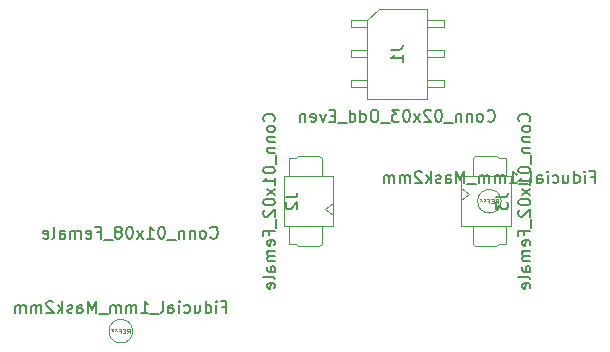
<source format=gbr>
%TF.GenerationSoftware,KiCad,Pcbnew,(5.1.5)-3*%
%TF.CreationDate,2020-06-01T09:44:55+02:00*%
%TF.ProjectId,speaker_grill,73706561-6b65-4725-9f67-72696c6c2e6b,rev?*%
%TF.SameCoordinates,PXbebc200PY5f5e100*%
%TF.FileFunction,Other,Fab,Bot*%
%FSLAX46Y46*%
G04 Gerber Fmt 4.6, Leading zero omitted, Abs format (unit mm)*
G04 Created by KiCad (PCBNEW (5.1.5)-3) date 2020-06-01 09:44:55*
%MOMM*%
%LPD*%
G04 APERTURE LIST*
%ADD10C,0.100000*%
%ADD11C,0.150000*%
%ADD12C,0.060000*%
G04 APERTURE END LIST*
D10*
%TO.C,REF\002A\002A*%
X-41200000Y21000000D02*
G75*
G03X-41200000Y21000000I-1000000J0D01*
G01*
X-72400000Y10000000D02*
G75*
G03X-72400000Y10000000I-1000000J0D01*
G01*
%TO.C,J3*%
X-43892893Y21625000D02*
X-44600000Y21125000D01*
X-44600000Y22125000D02*
X-43892893Y21625000D01*
X-40800000Y17375000D02*
X-40800000Y18875000D01*
X-41400000Y17375000D02*
X-40800000Y17375000D01*
X-41600000Y17175000D02*
X-41400000Y17375000D01*
X-43400000Y17175000D02*
X-41600000Y17175000D01*
X-43600000Y17375000D02*
X-43400000Y17175000D01*
X-43600000Y18875000D02*
X-43600000Y17375000D01*
X-40800000Y24625000D02*
X-40800000Y23125000D01*
X-41400000Y24625000D02*
X-40800000Y24625000D01*
X-41600000Y24825000D02*
X-41400000Y24625000D01*
X-43400000Y24825000D02*
X-41600000Y24825000D01*
X-43600000Y24625000D02*
X-43400000Y24825000D01*
X-43600000Y23125000D02*
X-43600000Y24625000D01*
X-44600000Y18875000D02*
X-40400000Y18875000D01*
X-44600000Y23125000D02*
X-40400000Y23125000D01*
X-40400000Y23125000D02*
X-40400000Y18875000D01*
X-44600000Y23125000D02*
X-44600000Y18875000D01*
%TO.C,J2*%
X-56107107Y20375000D02*
X-55400000Y20875000D01*
X-55400000Y19875000D02*
X-56107107Y20375000D01*
X-59200000Y24625000D02*
X-59200000Y23125000D01*
X-58600000Y24625000D02*
X-59200000Y24625000D01*
X-58400000Y24825000D02*
X-58600000Y24625000D01*
X-56600000Y24825000D02*
X-58400000Y24825000D01*
X-56400000Y24625000D02*
X-56600000Y24825000D01*
X-56400000Y23125000D02*
X-56400000Y24625000D01*
X-59200000Y17375000D02*
X-59200000Y18875000D01*
X-58600000Y17375000D02*
X-59200000Y17375000D01*
X-58400000Y17175000D02*
X-58600000Y17375000D01*
X-56600000Y17175000D02*
X-58400000Y17175000D01*
X-56400000Y17375000D02*
X-56600000Y17175000D01*
X-56400000Y18875000D02*
X-56400000Y17375000D01*
X-55400000Y23125000D02*
X-59600000Y23125000D01*
X-55400000Y18875000D02*
X-59600000Y18875000D01*
X-59600000Y18875000D02*
X-59600000Y23125000D01*
X-55400000Y18875000D02*
X-55400000Y23125000D01*
%TO.C,J1*%
X-53920000Y30640000D02*
X-52540000Y30640000D01*
X-53920000Y31280000D02*
X-53920000Y30640000D01*
X-52540000Y31280000D02*
X-53920000Y31280000D01*
X-46080000Y30640000D02*
X-46080000Y31280000D01*
X-47460000Y30640000D02*
X-46080000Y30640000D01*
X-46080000Y31280000D02*
X-47460000Y31280000D01*
X-53920000Y33180000D02*
X-52540000Y33180000D01*
X-53920000Y33820000D02*
X-53920000Y33180000D01*
X-52540000Y33820000D02*
X-53920000Y33820000D01*
X-46080000Y33180000D02*
X-46080000Y33820000D01*
X-47460000Y33180000D02*
X-46080000Y33180000D01*
X-46080000Y33820000D02*
X-47460000Y33820000D01*
X-53920000Y35720000D02*
X-52540000Y35720000D01*
X-53920000Y36360000D02*
X-53920000Y35720000D01*
X-52540000Y36360000D02*
X-53920000Y36360000D01*
X-46080000Y35720000D02*
X-46080000Y36360000D01*
X-47460000Y35720000D02*
X-46080000Y35720000D01*
X-46080000Y36360000D02*
X-47460000Y36360000D01*
X-47460000Y29690000D02*
X-47460000Y37310000D01*
X-52540000Y29690000D02*
X-47460000Y29690000D01*
X-52540000Y36310000D02*
X-52540000Y29690000D01*
X-51540000Y37310000D02*
X-52540000Y36310000D01*
X-47460000Y37310000D02*
X-51540000Y37310000D01*
%TD*%
%TO.C,REF\002A\002A*%
D11*
X-33604762Y23071429D02*
X-33271429Y23071429D01*
X-33271429Y22547620D02*
X-33271429Y23547620D01*
X-33747620Y23547620D01*
X-34128572Y22547620D02*
X-34128572Y23214286D01*
X-34128572Y23547620D02*
X-34080953Y23500000D01*
X-34128572Y23452381D01*
X-34176191Y23500000D01*
X-34128572Y23547620D01*
X-34128572Y23452381D01*
X-35033334Y22547620D02*
X-35033334Y23547620D01*
X-35033334Y22595239D02*
X-34938096Y22547620D01*
X-34747620Y22547620D01*
X-34652381Y22595239D01*
X-34604762Y22642858D01*
X-34557143Y22738096D01*
X-34557143Y23023810D01*
X-34604762Y23119048D01*
X-34652381Y23166667D01*
X-34747620Y23214286D01*
X-34938096Y23214286D01*
X-35033334Y23166667D01*
X-35938096Y23214286D02*
X-35938096Y22547620D01*
X-35509524Y23214286D02*
X-35509524Y22690477D01*
X-35557143Y22595239D01*
X-35652381Y22547620D01*
X-35795239Y22547620D01*
X-35890477Y22595239D01*
X-35938096Y22642858D01*
X-36842858Y22595239D02*
X-36747620Y22547620D01*
X-36557143Y22547620D01*
X-36461905Y22595239D01*
X-36414286Y22642858D01*
X-36366667Y22738096D01*
X-36366667Y23023810D01*
X-36414286Y23119048D01*
X-36461905Y23166667D01*
X-36557143Y23214286D01*
X-36747620Y23214286D01*
X-36842858Y23166667D01*
X-37271429Y22547620D02*
X-37271429Y23214286D01*
X-37271429Y23547620D02*
X-37223810Y23500000D01*
X-37271429Y23452381D01*
X-37319048Y23500000D01*
X-37271429Y23547620D01*
X-37271429Y23452381D01*
X-38176191Y22547620D02*
X-38176191Y23071429D01*
X-38128572Y23166667D01*
X-38033334Y23214286D01*
X-37842858Y23214286D01*
X-37747620Y23166667D01*
X-38176191Y22595239D02*
X-38080953Y22547620D01*
X-37842858Y22547620D01*
X-37747620Y22595239D01*
X-37700000Y22690477D01*
X-37700000Y22785715D01*
X-37747620Y22880953D01*
X-37842858Y22928572D01*
X-38080953Y22928572D01*
X-38176191Y22976191D01*
X-38795239Y22547620D02*
X-38700000Y22595239D01*
X-38652381Y22690477D01*
X-38652381Y23547620D01*
X-38938096Y22452381D02*
X-39700000Y22452381D01*
X-40461905Y22547620D02*
X-39890477Y22547620D01*
X-40176191Y22547620D02*
X-40176191Y23547620D01*
X-40080953Y23404762D01*
X-39985715Y23309524D01*
X-39890477Y23261905D01*
X-40890477Y22547620D02*
X-40890477Y23214286D01*
X-40890477Y23119048D02*
X-40938096Y23166667D01*
X-41033334Y23214286D01*
X-41176191Y23214286D01*
X-41271429Y23166667D01*
X-41319048Y23071429D01*
X-41319048Y22547620D01*
X-41319048Y23071429D02*
X-41366667Y23166667D01*
X-41461905Y23214286D01*
X-41604762Y23214286D01*
X-41700000Y23166667D01*
X-41747620Y23071429D01*
X-41747620Y22547620D01*
X-42223810Y22547620D02*
X-42223810Y23214286D01*
X-42223810Y23119048D02*
X-42271429Y23166667D01*
X-42366667Y23214286D01*
X-42509524Y23214286D01*
X-42604762Y23166667D01*
X-42652381Y23071429D01*
X-42652381Y22547620D01*
X-42652381Y23071429D02*
X-42700000Y23166667D01*
X-42795239Y23214286D01*
X-42938096Y23214286D01*
X-43033334Y23166667D01*
X-43080953Y23071429D01*
X-43080953Y22547620D01*
X-43319048Y22452381D02*
X-44080953Y22452381D01*
X-44319048Y22547620D02*
X-44319048Y23547620D01*
X-44652381Y22833334D01*
X-44985715Y23547620D01*
X-44985715Y22547620D01*
X-45890477Y22547620D02*
X-45890477Y23071429D01*
X-45842858Y23166667D01*
X-45747620Y23214286D01*
X-45557143Y23214286D01*
X-45461905Y23166667D01*
X-45890477Y22595239D02*
X-45795239Y22547620D01*
X-45557143Y22547620D01*
X-45461905Y22595239D01*
X-45414286Y22690477D01*
X-45414286Y22785715D01*
X-45461905Y22880953D01*
X-45557143Y22928572D01*
X-45795239Y22928572D01*
X-45890477Y22976191D01*
X-46319048Y22595239D02*
X-46414286Y22547620D01*
X-46604762Y22547620D01*
X-46700000Y22595239D01*
X-46747620Y22690477D01*
X-46747620Y22738096D01*
X-46700000Y22833334D01*
X-46604762Y22880953D01*
X-46461905Y22880953D01*
X-46366667Y22928572D01*
X-46319048Y23023810D01*
X-46319048Y23071429D01*
X-46366667Y23166667D01*
X-46461905Y23214286D01*
X-46604762Y23214286D01*
X-46700000Y23166667D01*
X-47176191Y22547620D02*
X-47176191Y23547620D01*
X-47271429Y22928572D02*
X-47557143Y22547620D01*
X-47557143Y23214286D02*
X-47176191Y22833334D01*
X-47938096Y23452381D02*
X-47985715Y23500000D01*
X-48080953Y23547620D01*
X-48319048Y23547620D01*
X-48414286Y23500000D01*
X-48461905Y23452381D01*
X-48509524Y23357143D01*
X-48509524Y23261905D01*
X-48461905Y23119048D01*
X-47890477Y22547620D01*
X-48509524Y22547620D01*
X-48938096Y22547620D02*
X-48938096Y23214286D01*
X-48938096Y23119048D02*
X-48985715Y23166667D01*
X-49080953Y23214286D01*
X-49223810Y23214286D01*
X-49319048Y23166667D01*
X-49366667Y23071429D01*
X-49366667Y22547620D01*
X-49366667Y23071429D02*
X-49414286Y23166667D01*
X-49509524Y23214286D01*
X-49652381Y23214286D01*
X-49747620Y23166667D01*
X-49795239Y23071429D01*
X-49795239Y22547620D01*
X-50271429Y22547620D02*
X-50271429Y23214286D01*
X-50271429Y23119048D02*
X-50319048Y23166667D01*
X-50414286Y23214286D01*
X-50557143Y23214286D01*
X-50652381Y23166667D01*
X-50700000Y23071429D01*
X-50700000Y22547620D01*
X-50700000Y23071429D02*
X-50747620Y23166667D01*
X-50842858Y23214286D01*
X-50985715Y23214286D01*
X-51080953Y23166667D01*
X-51128572Y23071429D01*
X-51128572Y22547620D01*
D12*
X-41666667Y20819048D02*
X-41533334Y21009524D01*
X-41438096Y20819048D02*
X-41438096Y21219048D01*
X-41590477Y21219048D01*
X-41628572Y21200000D01*
X-41647620Y21180953D01*
X-41666667Y21142858D01*
X-41666667Y21085715D01*
X-41647620Y21047620D01*
X-41628572Y21028572D01*
X-41590477Y21009524D01*
X-41438096Y21009524D01*
X-41838096Y21028572D02*
X-41971429Y21028572D01*
X-42028572Y20819048D02*
X-41838096Y20819048D01*
X-41838096Y21219048D01*
X-42028572Y21219048D01*
X-42333334Y21028572D02*
X-42200000Y21028572D01*
X-42200000Y20819048D02*
X-42200000Y21219048D01*
X-42390477Y21219048D01*
X-42600000Y21219048D02*
X-42600000Y21123810D01*
X-42504762Y21161905D02*
X-42600000Y21123810D01*
X-42695239Y21161905D01*
X-42542858Y21047620D02*
X-42600000Y21123810D01*
X-42657143Y21047620D01*
X-42904762Y21219048D02*
X-42904762Y21123810D01*
X-42809524Y21161905D02*
X-42904762Y21123810D01*
X-43000000Y21161905D01*
X-42847620Y21047620D02*
X-42904762Y21123810D01*
X-42961905Y21047620D01*
D11*
X-64804762Y12071429D02*
X-64471429Y12071429D01*
X-64471429Y11547620D02*
X-64471429Y12547620D01*
X-64947620Y12547620D01*
X-65328572Y11547620D02*
X-65328572Y12214286D01*
X-65328572Y12547620D02*
X-65280953Y12500000D01*
X-65328572Y12452381D01*
X-65376191Y12500000D01*
X-65328572Y12547620D01*
X-65328572Y12452381D01*
X-66233334Y11547620D02*
X-66233334Y12547620D01*
X-66233334Y11595239D02*
X-66138096Y11547620D01*
X-65947620Y11547620D01*
X-65852381Y11595239D01*
X-65804762Y11642858D01*
X-65757143Y11738096D01*
X-65757143Y12023810D01*
X-65804762Y12119048D01*
X-65852381Y12166667D01*
X-65947620Y12214286D01*
X-66138096Y12214286D01*
X-66233334Y12166667D01*
X-67138096Y12214286D02*
X-67138096Y11547620D01*
X-66709524Y12214286D02*
X-66709524Y11690477D01*
X-66757143Y11595239D01*
X-66852381Y11547620D01*
X-66995239Y11547620D01*
X-67090477Y11595239D01*
X-67138096Y11642858D01*
X-68042858Y11595239D02*
X-67947620Y11547620D01*
X-67757143Y11547620D01*
X-67661905Y11595239D01*
X-67614286Y11642858D01*
X-67566667Y11738096D01*
X-67566667Y12023810D01*
X-67614286Y12119048D01*
X-67661905Y12166667D01*
X-67757143Y12214286D01*
X-67947620Y12214286D01*
X-68042858Y12166667D01*
X-68471429Y11547620D02*
X-68471429Y12214286D01*
X-68471429Y12547620D02*
X-68423810Y12500000D01*
X-68471429Y12452381D01*
X-68519048Y12500000D01*
X-68471429Y12547620D01*
X-68471429Y12452381D01*
X-69376191Y11547620D02*
X-69376191Y12071429D01*
X-69328572Y12166667D01*
X-69233334Y12214286D01*
X-69042858Y12214286D01*
X-68947620Y12166667D01*
X-69376191Y11595239D02*
X-69280953Y11547620D01*
X-69042858Y11547620D01*
X-68947620Y11595239D01*
X-68900000Y11690477D01*
X-68900000Y11785715D01*
X-68947620Y11880953D01*
X-69042858Y11928572D01*
X-69280953Y11928572D01*
X-69376191Y11976191D01*
X-69995239Y11547620D02*
X-69900000Y11595239D01*
X-69852381Y11690477D01*
X-69852381Y12547620D01*
X-70138096Y11452381D02*
X-70900000Y11452381D01*
X-71661905Y11547620D02*
X-71090477Y11547620D01*
X-71376191Y11547620D02*
X-71376191Y12547620D01*
X-71280953Y12404762D01*
X-71185715Y12309524D01*
X-71090477Y12261905D01*
X-72090477Y11547620D02*
X-72090477Y12214286D01*
X-72090477Y12119048D02*
X-72138096Y12166667D01*
X-72233334Y12214286D01*
X-72376191Y12214286D01*
X-72471429Y12166667D01*
X-72519048Y12071429D01*
X-72519048Y11547620D01*
X-72519048Y12071429D02*
X-72566667Y12166667D01*
X-72661905Y12214286D01*
X-72804762Y12214286D01*
X-72900000Y12166667D01*
X-72947620Y12071429D01*
X-72947620Y11547620D01*
X-73423810Y11547620D02*
X-73423810Y12214286D01*
X-73423810Y12119048D02*
X-73471429Y12166667D01*
X-73566667Y12214286D01*
X-73709524Y12214286D01*
X-73804762Y12166667D01*
X-73852381Y12071429D01*
X-73852381Y11547620D01*
X-73852381Y12071429D02*
X-73900000Y12166667D01*
X-73995239Y12214286D01*
X-74138096Y12214286D01*
X-74233334Y12166667D01*
X-74280953Y12071429D01*
X-74280953Y11547620D01*
X-74519048Y11452381D02*
X-75280953Y11452381D01*
X-75519048Y11547620D02*
X-75519048Y12547620D01*
X-75852381Y11833334D01*
X-76185715Y12547620D01*
X-76185715Y11547620D01*
X-77090477Y11547620D02*
X-77090477Y12071429D01*
X-77042858Y12166667D01*
X-76947620Y12214286D01*
X-76757143Y12214286D01*
X-76661905Y12166667D01*
X-77090477Y11595239D02*
X-76995239Y11547620D01*
X-76757143Y11547620D01*
X-76661905Y11595239D01*
X-76614286Y11690477D01*
X-76614286Y11785715D01*
X-76661905Y11880953D01*
X-76757143Y11928572D01*
X-76995239Y11928572D01*
X-77090477Y11976191D01*
X-77519048Y11595239D02*
X-77614286Y11547620D01*
X-77804762Y11547620D01*
X-77900000Y11595239D01*
X-77947620Y11690477D01*
X-77947620Y11738096D01*
X-77900000Y11833334D01*
X-77804762Y11880953D01*
X-77661905Y11880953D01*
X-77566667Y11928572D01*
X-77519048Y12023810D01*
X-77519048Y12071429D01*
X-77566667Y12166667D01*
X-77661905Y12214286D01*
X-77804762Y12214286D01*
X-77900000Y12166667D01*
X-78376191Y11547620D02*
X-78376191Y12547620D01*
X-78471429Y11928572D02*
X-78757143Y11547620D01*
X-78757143Y12214286D02*
X-78376191Y11833334D01*
X-79138096Y12452381D02*
X-79185715Y12500000D01*
X-79280953Y12547620D01*
X-79519048Y12547620D01*
X-79614286Y12500000D01*
X-79661905Y12452381D01*
X-79709524Y12357143D01*
X-79709524Y12261905D01*
X-79661905Y12119048D01*
X-79090477Y11547620D01*
X-79709524Y11547620D01*
X-80138096Y11547620D02*
X-80138096Y12214286D01*
X-80138096Y12119048D02*
X-80185715Y12166667D01*
X-80280953Y12214286D01*
X-80423810Y12214286D01*
X-80519048Y12166667D01*
X-80566667Y12071429D01*
X-80566667Y11547620D01*
X-80566667Y12071429D02*
X-80614286Y12166667D01*
X-80709524Y12214286D01*
X-80852381Y12214286D01*
X-80947620Y12166667D01*
X-80995239Y12071429D01*
X-80995239Y11547620D01*
X-81471429Y11547620D02*
X-81471429Y12214286D01*
X-81471429Y12119048D02*
X-81519048Y12166667D01*
X-81614286Y12214286D01*
X-81757143Y12214286D01*
X-81852381Y12166667D01*
X-81900000Y12071429D01*
X-81900000Y11547620D01*
X-81900000Y12071429D02*
X-81947620Y12166667D01*
X-82042858Y12214286D01*
X-82185715Y12214286D01*
X-82280953Y12166667D01*
X-82328572Y12071429D01*
X-82328572Y11547620D01*
D12*
X-72866667Y9819048D02*
X-72733334Y10009524D01*
X-72638096Y9819048D02*
X-72638096Y10219048D01*
X-72790477Y10219048D01*
X-72828572Y10200000D01*
X-72847620Y10180953D01*
X-72866667Y10142858D01*
X-72866667Y10085715D01*
X-72847620Y10047620D01*
X-72828572Y10028572D01*
X-72790477Y10009524D01*
X-72638096Y10009524D01*
X-73038096Y10028572D02*
X-73171429Y10028572D01*
X-73228572Y9819048D02*
X-73038096Y9819048D01*
X-73038096Y10219048D01*
X-73228572Y10219048D01*
X-73533334Y10028572D02*
X-73400000Y10028572D01*
X-73400000Y9819048D02*
X-73400000Y10219048D01*
X-73590477Y10219048D01*
X-73800000Y10219048D02*
X-73800000Y10123810D01*
X-73704762Y10161905D02*
X-73800000Y10123810D01*
X-73895239Y10161905D01*
X-73742858Y10047620D02*
X-73800000Y10123810D01*
X-73857143Y10047620D01*
X-74104762Y10219048D02*
X-74104762Y10123810D01*
X-74009524Y10161905D02*
X-74104762Y10123810D01*
X-74200000Y10161905D01*
X-74047620Y10047620D02*
X-74104762Y10123810D01*
X-74161905Y10047620D01*
%TO.C,J4*%
D11*
X-65814286Y17942858D02*
X-65766667Y17895239D01*
X-65623810Y17847620D01*
X-65528572Y17847620D01*
X-65385715Y17895239D01*
X-65290477Y17990477D01*
X-65242858Y18085715D01*
X-65195239Y18276191D01*
X-65195239Y18419048D01*
X-65242858Y18609524D01*
X-65290477Y18704762D01*
X-65385715Y18800000D01*
X-65528572Y18847620D01*
X-65623810Y18847620D01*
X-65766667Y18800000D01*
X-65814286Y18752381D01*
X-66385715Y17847620D02*
X-66290477Y17895239D01*
X-66242858Y17942858D01*
X-66195239Y18038096D01*
X-66195239Y18323810D01*
X-66242858Y18419048D01*
X-66290477Y18466667D01*
X-66385715Y18514286D01*
X-66528572Y18514286D01*
X-66623810Y18466667D01*
X-66671429Y18419048D01*
X-66719048Y18323810D01*
X-66719048Y18038096D01*
X-66671429Y17942858D01*
X-66623810Y17895239D01*
X-66528572Y17847620D01*
X-66385715Y17847620D01*
X-67147620Y18514286D02*
X-67147620Y17847620D01*
X-67147620Y18419048D02*
X-67195239Y18466667D01*
X-67290477Y18514286D01*
X-67433334Y18514286D01*
X-67528572Y18466667D01*
X-67576191Y18371429D01*
X-67576191Y17847620D01*
X-68052381Y18514286D02*
X-68052381Y17847620D01*
X-68052381Y18419048D02*
X-68100000Y18466667D01*
X-68195239Y18514286D01*
X-68338096Y18514286D01*
X-68433334Y18466667D01*
X-68480953Y18371429D01*
X-68480953Y17847620D01*
X-68719048Y17752381D02*
X-69480953Y17752381D01*
X-69909524Y18847620D02*
X-70004762Y18847620D01*
X-70100000Y18800000D01*
X-70147620Y18752381D01*
X-70195239Y18657143D01*
X-70242858Y18466667D01*
X-70242858Y18228572D01*
X-70195239Y18038096D01*
X-70147620Y17942858D01*
X-70100000Y17895239D01*
X-70004762Y17847620D01*
X-69909524Y17847620D01*
X-69814286Y17895239D01*
X-69766667Y17942858D01*
X-69719048Y18038096D01*
X-69671429Y18228572D01*
X-69671429Y18466667D01*
X-69719048Y18657143D01*
X-69766667Y18752381D01*
X-69814286Y18800000D01*
X-69909524Y18847620D01*
X-71195239Y17847620D02*
X-70623810Y17847620D01*
X-70909524Y17847620D02*
X-70909524Y18847620D01*
X-70814286Y18704762D01*
X-70719048Y18609524D01*
X-70623810Y18561905D01*
X-71528572Y17847620D02*
X-72052381Y18514286D01*
X-71528572Y18514286D02*
X-72052381Y17847620D01*
X-72623810Y18847620D02*
X-72719048Y18847620D01*
X-72814286Y18800000D01*
X-72861905Y18752381D01*
X-72909524Y18657143D01*
X-72957143Y18466667D01*
X-72957143Y18228572D01*
X-72909524Y18038096D01*
X-72861905Y17942858D01*
X-72814286Y17895239D01*
X-72719048Y17847620D01*
X-72623810Y17847620D01*
X-72528572Y17895239D01*
X-72480953Y17942858D01*
X-72433334Y18038096D01*
X-72385715Y18228572D01*
X-72385715Y18466667D01*
X-72433334Y18657143D01*
X-72480953Y18752381D01*
X-72528572Y18800000D01*
X-72623810Y18847620D01*
X-73528572Y18419048D02*
X-73433334Y18466667D01*
X-73385715Y18514286D01*
X-73338096Y18609524D01*
X-73338096Y18657143D01*
X-73385715Y18752381D01*
X-73433334Y18800000D01*
X-73528572Y18847620D01*
X-73719048Y18847620D01*
X-73814286Y18800000D01*
X-73861905Y18752381D01*
X-73909524Y18657143D01*
X-73909524Y18609524D01*
X-73861905Y18514286D01*
X-73814286Y18466667D01*
X-73719048Y18419048D01*
X-73528572Y18419048D01*
X-73433334Y18371429D01*
X-73385715Y18323810D01*
X-73338096Y18228572D01*
X-73338096Y18038096D01*
X-73385715Y17942858D01*
X-73433334Y17895239D01*
X-73528572Y17847620D01*
X-73719048Y17847620D01*
X-73814286Y17895239D01*
X-73861905Y17942858D01*
X-73909524Y18038096D01*
X-73909524Y18228572D01*
X-73861905Y18323810D01*
X-73814286Y18371429D01*
X-73719048Y18419048D01*
X-74100000Y17752381D02*
X-74861905Y17752381D01*
X-75433334Y18371429D02*
X-75100000Y18371429D01*
X-75100000Y17847620D02*
X-75100000Y18847620D01*
X-75576191Y18847620D01*
X-76338096Y17895239D02*
X-76242858Y17847620D01*
X-76052381Y17847620D01*
X-75957143Y17895239D01*
X-75909524Y17990477D01*
X-75909524Y18371429D01*
X-75957143Y18466667D01*
X-76052381Y18514286D01*
X-76242858Y18514286D01*
X-76338096Y18466667D01*
X-76385715Y18371429D01*
X-76385715Y18276191D01*
X-75909524Y18180953D01*
X-76814286Y17847620D02*
X-76814286Y18514286D01*
X-76814286Y18419048D02*
X-76861905Y18466667D01*
X-76957143Y18514286D01*
X-77100000Y18514286D01*
X-77195239Y18466667D01*
X-77242858Y18371429D01*
X-77242858Y17847620D01*
X-77242858Y18371429D02*
X-77290477Y18466667D01*
X-77385715Y18514286D01*
X-77528572Y18514286D01*
X-77623810Y18466667D01*
X-77671429Y18371429D01*
X-77671429Y17847620D01*
X-78576191Y17847620D02*
X-78576191Y18371429D01*
X-78528572Y18466667D01*
X-78433334Y18514286D01*
X-78242858Y18514286D01*
X-78147620Y18466667D01*
X-78576191Y17895239D02*
X-78480953Y17847620D01*
X-78242858Y17847620D01*
X-78147620Y17895239D01*
X-78100000Y17990477D01*
X-78100000Y18085715D01*
X-78147620Y18180953D01*
X-78242858Y18228572D01*
X-78480953Y18228572D01*
X-78576191Y18276191D01*
X-79195239Y17847620D02*
X-79100000Y17895239D01*
X-79052381Y17990477D01*
X-79052381Y18847620D01*
X-79957143Y17895239D02*
X-79861905Y17847620D01*
X-79671429Y17847620D01*
X-79576191Y17895239D01*
X-79528572Y17990477D01*
X-79528572Y18371429D01*
X-79576191Y18466667D01*
X-79671429Y18514286D01*
X-79861905Y18514286D01*
X-79957143Y18466667D01*
X-80004762Y18371429D01*
X-80004762Y18276191D01*
X-79528572Y18180953D01*
%TO.C,J3*%
X-38842858Y27785715D02*
X-38795239Y27833334D01*
X-38747620Y27976191D01*
X-38747620Y28071429D01*
X-38795239Y28214286D01*
X-38890477Y28309524D01*
X-38985715Y28357143D01*
X-39176191Y28404762D01*
X-39319048Y28404762D01*
X-39509524Y28357143D01*
X-39604762Y28309524D01*
X-39700000Y28214286D01*
X-39747620Y28071429D01*
X-39747620Y27976191D01*
X-39700000Y27833334D01*
X-39652381Y27785715D01*
X-38747620Y27214286D02*
X-38795239Y27309524D01*
X-38842858Y27357143D01*
X-38938096Y27404762D01*
X-39223810Y27404762D01*
X-39319048Y27357143D01*
X-39366667Y27309524D01*
X-39414286Y27214286D01*
X-39414286Y27071429D01*
X-39366667Y26976191D01*
X-39319048Y26928572D01*
X-39223810Y26880953D01*
X-38938096Y26880953D01*
X-38842858Y26928572D01*
X-38795239Y26976191D01*
X-38747620Y27071429D01*
X-38747620Y27214286D01*
X-39414286Y26452381D02*
X-38747620Y26452381D01*
X-39319048Y26452381D02*
X-39366667Y26404762D01*
X-39414286Y26309524D01*
X-39414286Y26166667D01*
X-39366667Y26071429D01*
X-39271429Y26023810D01*
X-38747620Y26023810D01*
X-39414286Y25547620D02*
X-38747620Y25547620D01*
X-39319048Y25547620D02*
X-39366667Y25500000D01*
X-39414286Y25404762D01*
X-39414286Y25261905D01*
X-39366667Y25166667D01*
X-39271429Y25119048D01*
X-38747620Y25119048D01*
X-38652381Y24880953D02*
X-38652381Y24119048D01*
X-39747620Y23690477D02*
X-39747620Y23595239D01*
X-39700000Y23500000D01*
X-39652381Y23452381D01*
X-39557143Y23404762D01*
X-39366667Y23357143D01*
X-39128572Y23357143D01*
X-38938096Y23404762D01*
X-38842858Y23452381D01*
X-38795239Y23500000D01*
X-38747620Y23595239D01*
X-38747620Y23690477D01*
X-38795239Y23785715D01*
X-38842858Y23833334D01*
X-38938096Y23880953D01*
X-39128572Y23928572D01*
X-39366667Y23928572D01*
X-39557143Y23880953D01*
X-39652381Y23833334D01*
X-39700000Y23785715D01*
X-39747620Y23690477D01*
X-38747620Y22404762D02*
X-38747620Y22976191D01*
X-38747620Y22690477D02*
X-39747620Y22690477D01*
X-39604762Y22785715D01*
X-39509524Y22880953D01*
X-39461905Y22976191D01*
X-38747620Y22071429D02*
X-39414286Y21547620D01*
X-39414286Y22071429D02*
X-38747620Y21547620D01*
X-39747620Y20976191D02*
X-39747620Y20880953D01*
X-39700000Y20785715D01*
X-39652381Y20738096D01*
X-39557143Y20690477D01*
X-39366667Y20642858D01*
X-39128572Y20642858D01*
X-38938096Y20690477D01*
X-38842858Y20738096D01*
X-38795239Y20785715D01*
X-38747620Y20880953D01*
X-38747620Y20976191D01*
X-38795239Y21071429D01*
X-38842858Y21119048D01*
X-38938096Y21166667D01*
X-39128572Y21214286D01*
X-39366667Y21214286D01*
X-39557143Y21166667D01*
X-39652381Y21119048D01*
X-39700000Y21071429D01*
X-39747620Y20976191D01*
X-39652381Y20261905D02*
X-39700000Y20214286D01*
X-39747620Y20119048D01*
X-39747620Y19880953D01*
X-39700000Y19785715D01*
X-39652381Y19738096D01*
X-39557143Y19690477D01*
X-39461905Y19690477D01*
X-39319048Y19738096D01*
X-38747620Y20309524D01*
X-38747620Y19690477D01*
X-38652381Y19500000D02*
X-38652381Y18738096D01*
X-39271429Y18166667D02*
X-39271429Y18500000D01*
X-38747620Y18500000D02*
X-39747620Y18500000D01*
X-39747620Y18023810D01*
X-38795239Y17261905D02*
X-38747620Y17357143D01*
X-38747620Y17547620D01*
X-38795239Y17642858D01*
X-38890477Y17690477D01*
X-39271429Y17690477D01*
X-39366667Y17642858D01*
X-39414286Y17547620D01*
X-39414286Y17357143D01*
X-39366667Y17261905D01*
X-39271429Y17214286D01*
X-39176191Y17214286D01*
X-39080953Y17690477D01*
X-38747620Y16785715D02*
X-39414286Y16785715D01*
X-39319048Y16785715D02*
X-39366667Y16738096D01*
X-39414286Y16642858D01*
X-39414286Y16500000D01*
X-39366667Y16404762D01*
X-39271429Y16357143D01*
X-38747620Y16357143D01*
X-39271429Y16357143D02*
X-39366667Y16309524D01*
X-39414286Y16214286D01*
X-39414286Y16071429D01*
X-39366667Y15976191D01*
X-39271429Y15928572D01*
X-38747620Y15928572D01*
X-38747620Y15023810D02*
X-39271429Y15023810D01*
X-39366667Y15071429D01*
X-39414286Y15166667D01*
X-39414286Y15357143D01*
X-39366667Y15452381D01*
X-38795239Y15023810D02*
X-38747620Y15119048D01*
X-38747620Y15357143D01*
X-38795239Y15452381D01*
X-38890477Y15500000D01*
X-38985715Y15500000D01*
X-39080953Y15452381D01*
X-39128572Y15357143D01*
X-39128572Y15119048D01*
X-39176191Y15023810D01*
X-38747620Y14404762D02*
X-38795239Y14500000D01*
X-38890477Y14547620D01*
X-39747620Y14547620D01*
X-38795239Y13642858D02*
X-38747620Y13738096D01*
X-38747620Y13928572D01*
X-38795239Y14023810D01*
X-38890477Y14071429D01*
X-39271429Y14071429D01*
X-39366667Y14023810D01*
X-39414286Y13928572D01*
X-39414286Y13738096D01*
X-39366667Y13642858D01*
X-39271429Y13595239D01*
X-39176191Y13595239D01*
X-39080953Y14071429D01*
X-41647620Y21333334D02*
X-40933334Y21333334D01*
X-40790477Y21380953D01*
X-40695239Y21476191D01*
X-40647620Y21619048D01*
X-40647620Y21714286D01*
X-41647620Y20952381D02*
X-41647620Y20333334D01*
X-41266667Y20666667D01*
X-41266667Y20523810D01*
X-41219048Y20428572D01*
X-41171429Y20380953D01*
X-41076191Y20333334D01*
X-40838096Y20333334D01*
X-40742858Y20380953D01*
X-40695239Y20428572D01*
X-40647620Y20523810D01*
X-40647620Y20809524D01*
X-40695239Y20904762D01*
X-40742858Y20952381D01*
%TO.C,J2*%
X-60442858Y27785715D02*
X-60395239Y27833334D01*
X-60347620Y27976191D01*
X-60347620Y28071429D01*
X-60395239Y28214286D01*
X-60490477Y28309524D01*
X-60585715Y28357143D01*
X-60776191Y28404762D01*
X-60919048Y28404762D01*
X-61109524Y28357143D01*
X-61204762Y28309524D01*
X-61300000Y28214286D01*
X-61347620Y28071429D01*
X-61347620Y27976191D01*
X-61300000Y27833334D01*
X-61252381Y27785715D01*
X-60347620Y27214286D02*
X-60395239Y27309524D01*
X-60442858Y27357143D01*
X-60538096Y27404762D01*
X-60823810Y27404762D01*
X-60919048Y27357143D01*
X-60966667Y27309524D01*
X-61014286Y27214286D01*
X-61014286Y27071429D01*
X-60966667Y26976191D01*
X-60919048Y26928572D01*
X-60823810Y26880953D01*
X-60538096Y26880953D01*
X-60442858Y26928572D01*
X-60395239Y26976191D01*
X-60347620Y27071429D01*
X-60347620Y27214286D01*
X-61014286Y26452381D02*
X-60347620Y26452381D01*
X-60919048Y26452381D02*
X-60966667Y26404762D01*
X-61014286Y26309524D01*
X-61014286Y26166667D01*
X-60966667Y26071429D01*
X-60871429Y26023810D01*
X-60347620Y26023810D01*
X-61014286Y25547620D02*
X-60347620Y25547620D01*
X-60919048Y25547620D02*
X-60966667Y25500000D01*
X-61014286Y25404762D01*
X-61014286Y25261905D01*
X-60966667Y25166667D01*
X-60871429Y25119048D01*
X-60347620Y25119048D01*
X-60252381Y24880953D02*
X-60252381Y24119048D01*
X-61347620Y23690477D02*
X-61347620Y23595239D01*
X-61300000Y23500000D01*
X-61252381Y23452381D01*
X-61157143Y23404762D01*
X-60966667Y23357143D01*
X-60728572Y23357143D01*
X-60538096Y23404762D01*
X-60442858Y23452381D01*
X-60395239Y23500000D01*
X-60347620Y23595239D01*
X-60347620Y23690477D01*
X-60395239Y23785715D01*
X-60442858Y23833334D01*
X-60538096Y23880953D01*
X-60728572Y23928572D01*
X-60966667Y23928572D01*
X-61157143Y23880953D01*
X-61252381Y23833334D01*
X-61300000Y23785715D01*
X-61347620Y23690477D01*
X-60347620Y22404762D02*
X-60347620Y22976191D01*
X-60347620Y22690477D02*
X-61347620Y22690477D01*
X-61204762Y22785715D01*
X-61109524Y22880953D01*
X-61061905Y22976191D01*
X-60347620Y22071429D02*
X-61014286Y21547620D01*
X-61014286Y22071429D02*
X-60347620Y21547620D01*
X-61347620Y20976191D02*
X-61347620Y20880953D01*
X-61300000Y20785715D01*
X-61252381Y20738096D01*
X-61157143Y20690477D01*
X-60966667Y20642858D01*
X-60728572Y20642858D01*
X-60538096Y20690477D01*
X-60442858Y20738096D01*
X-60395239Y20785715D01*
X-60347620Y20880953D01*
X-60347620Y20976191D01*
X-60395239Y21071429D01*
X-60442858Y21119048D01*
X-60538096Y21166667D01*
X-60728572Y21214286D01*
X-60966667Y21214286D01*
X-61157143Y21166667D01*
X-61252381Y21119048D01*
X-61300000Y21071429D01*
X-61347620Y20976191D01*
X-61252381Y20261905D02*
X-61300000Y20214286D01*
X-61347620Y20119048D01*
X-61347620Y19880953D01*
X-61300000Y19785715D01*
X-61252381Y19738096D01*
X-61157143Y19690477D01*
X-61061905Y19690477D01*
X-60919048Y19738096D01*
X-60347620Y20309524D01*
X-60347620Y19690477D01*
X-60252381Y19500000D02*
X-60252381Y18738096D01*
X-60871429Y18166667D02*
X-60871429Y18500000D01*
X-60347620Y18500000D02*
X-61347620Y18500000D01*
X-61347620Y18023810D01*
X-60395239Y17261905D02*
X-60347620Y17357143D01*
X-60347620Y17547620D01*
X-60395239Y17642858D01*
X-60490477Y17690477D01*
X-60871429Y17690477D01*
X-60966667Y17642858D01*
X-61014286Y17547620D01*
X-61014286Y17357143D01*
X-60966667Y17261905D01*
X-60871429Y17214286D01*
X-60776191Y17214286D01*
X-60680953Y17690477D01*
X-60347620Y16785715D02*
X-61014286Y16785715D01*
X-60919048Y16785715D02*
X-60966667Y16738096D01*
X-61014286Y16642858D01*
X-61014286Y16500000D01*
X-60966667Y16404762D01*
X-60871429Y16357143D01*
X-60347620Y16357143D01*
X-60871429Y16357143D02*
X-60966667Y16309524D01*
X-61014286Y16214286D01*
X-61014286Y16071429D01*
X-60966667Y15976191D01*
X-60871429Y15928572D01*
X-60347620Y15928572D01*
X-60347620Y15023810D02*
X-60871429Y15023810D01*
X-60966667Y15071429D01*
X-61014286Y15166667D01*
X-61014286Y15357143D01*
X-60966667Y15452381D01*
X-60395239Y15023810D02*
X-60347620Y15119048D01*
X-60347620Y15357143D01*
X-60395239Y15452381D01*
X-60490477Y15500001D01*
X-60585715Y15500001D01*
X-60680953Y15452381D01*
X-60728572Y15357143D01*
X-60728572Y15119048D01*
X-60776191Y15023810D01*
X-60347620Y14404762D02*
X-60395239Y14500001D01*
X-60490477Y14547620D01*
X-61347620Y14547620D01*
X-60395239Y13642858D02*
X-60347620Y13738096D01*
X-60347620Y13928572D01*
X-60395239Y14023810D01*
X-60490477Y14071429D01*
X-60871429Y14071429D01*
X-60966667Y14023810D01*
X-61014286Y13928572D01*
X-61014286Y13738096D01*
X-60966667Y13642858D01*
X-60871429Y13595239D01*
X-60776191Y13595239D01*
X-60680953Y14071429D01*
X-59447620Y21333334D02*
X-58733334Y21333334D01*
X-58590477Y21380953D01*
X-58495239Y21476191D01*
X-58447620Y21619048D01*
X-58447620Y21714286D01*
X-59352381Y20904762D02*
X-59400000Y20857143D01*
X-59447620Y20761905D01*
X-59447620Y20523810D01*
X-59400000Y20428572D01*
X-59352381Y20380953D01*
X-59257143Y20333334D01*
X-59161905Y20333334D01*
X-59019048Y20380953D01*
X-58447620Y20952381D01*
X-58447620Y20333334D01*
%TO.C,J1*%
X-42357143Y27832858D02*
X-42309524Y27785239D01*
X-42166667Y27737620D01*
X-42071429Y27737620D01*
X-41928572Y27785239D01*
X-41833334Y27880477D01*
X-41785715Y27975715D01*
X-41738096Y28166191D01*
X-41738096Y28309048D01*
X-41785715Y28499524D01*
X-41833334Y28594762D01*
X-41928572Y28690000D01*
X-42071429Y28737620D01*
X-42166667Y28737620D01*
X-42309524Y28690000D01*
X-42357143Y28642381D01*
X-42928572Y27737620D02*
X-42833334Y27785239D01*
X-42785715Y27832858D01*
X-42738096Y27928096D01*
X-42738096Y28213810D01*
X-42785715Y28309048D01*
X-42833334Y28356667D01*
X-42928572Y28404286D01*
X-43071429Y28404286D01*
X-43166667Y28356667D01*
X-43214286Y28309048D01*
X-43261905Y28213810D01*
X-43261905Y27928096D01*
X-43214286Y27832858D01*
X-43166667Y27785239D01*
X-43071429Y27737620D01*
X-42928572Y27737620D01*
X-43690477Y28404286D02*
X-43690477Y27737620D01*
X-43690477Y28309048D02*
X-43738096Y28356667D01*
X-43833334Y28404286D01*
X-43976191Y28404286D01*
X-44071429Y28356667D01*
X-44119048Y28261429D01*
X-44119048Y27737620D01*
X-44595239Y28404286D02*
X-44595239Y27737620D01*
X-44595239Y28309048D02*
X-44642858Y28356667D01*
X-44738096Y28404286D01*
X-44880953Y28404286D01*
X-44976191Y28356667D01*
X-45023810Y28261429D01*
X-45023810Y27737620D01*
X-45261905Y27642381D02*
X-46023810Y27642381D01*
X-46452381Y28737620D02*
X-46547620Y28737620D01*
X-46642858Y28690000D01*
X-46690477Y28642381D01*
X-46738096Y28547143D01*
X-46785715Y28356667D01*
X-46785715Y28118572D01*
X-46738096Y27928096D01*
X-46690477Y27832858D01*
X-46642858Y27785239D01*
X-46547620Y27737620D01*
X-46452381Y27737620D01*
X-46357143Y27785239D01*
X-46309524Y27832858D01*
X-46261905Y27928096D01*
X-46214286Y28118572D01*
X-46214286Y28356667D01*
X-46261905Y28547143D01*
X-46309524Y28642381D01*
X-46357143Y28690000D01*
X-46452381Y28737620D01*
X-47166667Y28642381D02*
X-47214286Y28690000D01*
X-47309524Y28737620D01*
X-47547620Y28737620D01*
X-47642858Y28690000D01*
X-47690477Y28642381D01*
X-47738096Y28547143D01*
X-47738096Y28451905D01*
X-47690477Y28309048D01*
X-47119048Y27737620D01*
X-47738096Y27737620D01*
X-48071429Y27737620D02*
X-48595239Y28404286D01*
X-48071429Y28404286D02*
X-48595239Y27737620D01*
X-49166667Y28737620D02*
X-49261905Y28737620D01*
X-49357143Y28690000D01*
X-49404762Y28642381D01*
X-49452381Y28547143D01*
X-49500000Y28356667D01*
X-49500000Y28118572D01*
X-49452381Y27928096D01*
X-49404762Y27832858D01*
X-49357143Y27785239D01*
X-49261905Y27737620D01*
X-49166667Y27737620D01*
X-49071429Y27785239D01*
X-49023810Y27832858D01*
X-48976191Y27928096D01*
X-48928572Y28118572D01*
X-48928572Y28356667D01*
X-48976191Y28547143D01*
X-49023810Y28642381D01*
X-49071429Y28690000D01*
X-49166667Y28737620D01*
X-49833334Y28737620D02*
X-50452381Y28737620D01*
X-50119048Y28356667D01*
X-50261905Y28356667D01*
X-50357143Y28309048D01*
X-50404762Y28261429D01*
X-50452381Y28166191D01*
X-50452381Y27928096D01*
X-50404762Y27832858D01*
X-50357143Y27785239D01*
X-50261905Y27737620D01*
X-49976191Y27737620D01*
X-49880953Y27785239D01*
X-49833334Y27832858D01*
X-50642858Y27642381D02*
X-51404762Y27642381D01*
X-51833334Y28737620D02*
X-52023810Y28737620D01*
X-52119048Y28690000D01*
X-52214286Y28594762D01*
X-52261905Y28404286D01*
X-52261905Y28070953D01*
X-52214286Y27880477D01*
X-52119048Y27785239D01*
X-52023810Y27737620D01*
X-51833334Y27737620D01*
X-51738096Y27785239D01*
X-51642858Y27880477D01*
X-51595239Y28070953D01*
X-51595239Y28404286D01*
X-51642858Y28594762D01*
X-51738096Y28690000D01*
X-51833334Y28737620D01*
X-53119048Y27737620D02*
X-53119048Y28737620D01*
X-53119048Y27785239D02*
X-53023810Y27737620D01*
X-52833334Y27737620D01*
X-52738096Y27785239D01*
X-52690477Y27832858D01*
X-52642858Y27928096D01*
X-52642858Y28213810D01*
X-52690477Y28309048D01*
X-52738096Y28356667D01*
X-52833334Y28404286D01*
X-53023810Y28404286D01*
X-53119048Y28356667D01*
X-54023810Y27737620D02*
X-54023810Y28737620D01*
X-54023810Y27785239D02*
X-53928572Y27737620D01*
X-53738096Y27737620D01*
X-53642858Y27785239D01*
X-53595239Y27832858D01*
X-53547620Y27928096D01*
X-53547620Y28213810D01*
X-53595239Y28309048D01*
X-53642858Y28356667D01*
X-53738096Y28404286D01*
X-53928572Y28404286D01*
X-54023810Y28356667D01*
X-54261905Y27642381D02*
X-55023810Y27642381D01*
X-55261905Y28261429D02*
X-55595239Y28261429D01*
X-55738096Y27737620D02*
X-55261905Y27737620D01*
X-55261905Y28737620D01*
X-55738096Y28737620D01*
X-56071429Y28404286D02*
X-56309524Y27737620D01*
X-56547620Y28404286D01*
X-57309524Y27785239D02*
X-57214286Y27737620D01*
X-57023810Y27737620D01*
X-56928572Y27785239D01*
X-56880953Y27880477D01*
X-56880953Y28261429D01*
X-56928572Y28356667D01*
X-57023810Y28404286D01*
X-57214286Y28404286D01*
X-57309524Y28356667D01*
X-57357143Y28261429D01*
X-57357143Y28166191D01*
X-56880953Y28070953D01*
X-57785715Y28404286D02*
X-57785715Y27737620D01*
X-57785715Y28309048D02*
X-57833334Y28356667D01*
X-57928572Y28404286D01*
X-58071429Y28404286D01*
X-58166667Y28356667D01*
X-58214286Y28261429D01*
X-58214286Y27737620D01*
X-50547620Y33833334D02*
X-49833334Y33833334D01*
X-49690477Y33880953D01*
X-49595239Y33976191D01*
X-49547620Y34119048D01*
X-49547620Y34214286D01*
X-49547620Y32833334D02*
X-49547620Y33404762D01*
X-49547620Y33119048D02*
X-50547620Y33119048D01*
X-50404762Y33214286D01*
X-50309524Y33309524D01*
X-50261905Y33404762D01*
%TD*%
M02*

</source>
